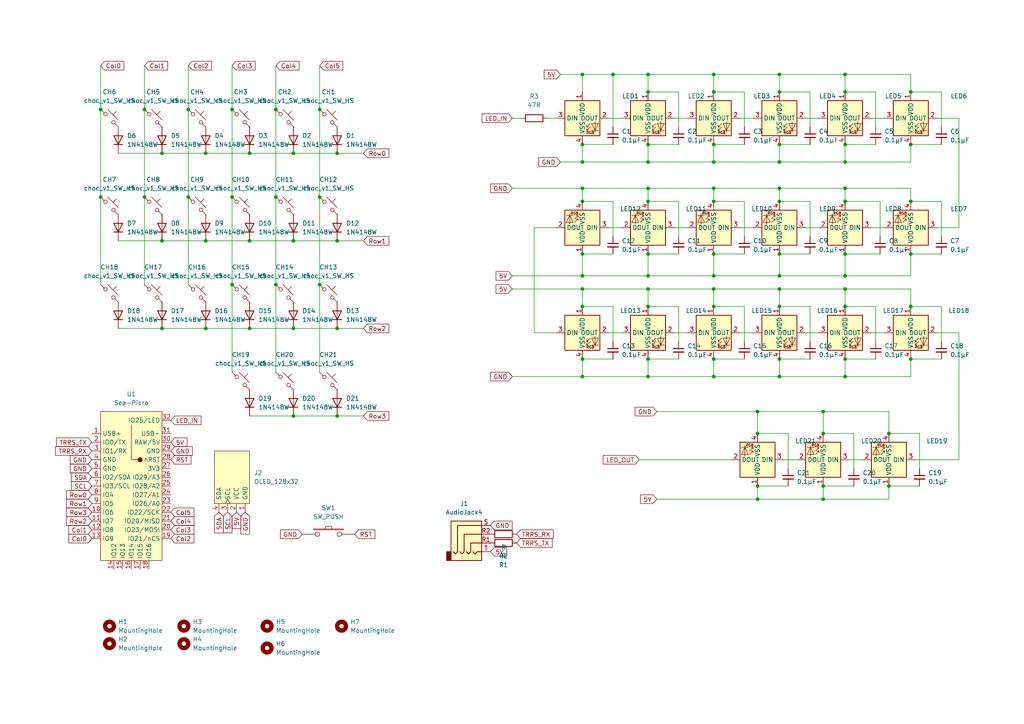
<source format=kicad_sch>
(kicad_sch (version 20250114) (generator "eeschema") (generator_version "9.0")
  (paper "A4")
  (junction (at 67.31 82.55))
  (junction (at 207.01 21.59))
  (junction (at 264.16 41.91))
  (junction (at 29.21 57.15))
  (junction (at 238.76 119.38))
  (junction (at 226.06 26.67))
  (junction (at 245.11 73.66))
  (junction (at 54.61 57.15))
  (junction (at 85.09 120.65))
  (junction (at 67.31 31.75))
  (junction (at 238.76 144.78))
  (junction (at 92.71 82.55))
  (junction (at 238.76 140.97))
  (junction (at 97.79 95.25))
  (junction (at 245.11 104.14))
  (junction (at 187.96 21.59))
  (junction (at 226.06 80.01))
  (junction (at 207.01 73.66))
  (junction (at 245.11 88.9))
  (junction (at 207.01 41.91))
  (junction (at 85.09 69.85))
  (junction (at 257.81 125.73))
  (junction (at 168.91 80.01))
  (junction (at 168.91 104.14))
  (junction (at 219.71 144.78))
  (junction (at 238.76 125.73))
  (junction (at 168.91 109.22))
  (junction (at 168.91 41.91))
  (junction (at 226.06 73.66))
  (junction (at 92.71 31.75))
  (junction (at 245.11 54.61))
  (junction (at 41.91 57.15))
  (junction (at 187.96 104.14))
  (junction (at 29.21 31.75))
  (junction (at 219.71 119.38))
  (junction (at 245.11 109.22))
  (junction (at 226.06 104.14))
  (junction (at 264.16 104.14))
  (junction (at 72.39 95.25))
  (junction (at 168.91 58.42))
  (junction (at 207.01 46.99))
  (junction (at 207.01 54.61))
  (junction (at 187.96 54.61))
  (junction (at 59.69 44.45))
  (junction (at 187.96 41.91))
  (junction (at 168.91 46.99))
  (junction (at 257.81 140.97))
  (junction (at 67.31 57.15))
  (junction (at 168.91 54.61))
  (junction (at 46.99 69.85))
  (junction (at 72.39 44.45))
  (junction (at 92.71 57.15))
  (junction (at 226.06 21.59))
  (junction (at 207.01 80.01))
  (junction (at 207.01 58.42))
  (junction (at 264.16 88.9))
  (junction (at 59.69 69.85))
  (junction (at 226.06 88.9))
  (junction (at 85.09 44.45))
  (junction (at 207.01 104.14))
  (junction (at 226.06 46.99))
  (junction (at 187.96 80.01))
  (junction (at 226.06 54.61))
  (junction (at 245.11 41.91))
  (junction (at 219.71 125.73))
  (junction (at 187.96 83.82))
  (junction (at 54.61 31.75))
  (junction (at 97.79 69.85))
  (junction (at 264.16 73.66))
  (junction (at 168.91 21.59))
  (junction (at 187.96 26.67))
  (junction (at 187.96 58.42))
  (junction (at 80.01 31.75))
  (junction (at 207.01 88.9))
  (junction (at 85.09 95.25))
  (junction (at 97.79 44.45))
  (junction (at 187.96 88.9))
  (junction (at 187.96 46.99))
  (junction (at 41.91 31.75))
  (junction (at 168.91 88.9))
  (junction (at 245.11 83.82))
  (junction (at 59.69 95.25))
  (junction (at 177.8 21.59))
  (junction (at 245.11 58.42))
  (junction (at 226.06 41.91))
  (junction (at 72.39 69.85))
  (junction (at 80.01 82.55))
  (junction (at 168.91 83.82))
  (junction (at 168.91 73.66))
  (junction (at 187.96 73.66))
  (junction (at 226.06 109.22))
  (junction (at 219.71 140.97))
  (junction (at 264.16 58.42))
  (junction (at 245.11 21.59))
  (junction (at 226.06 58.42))
  (junction (at 207.01 109.22))
  (junction (at 245.11 26.67))
  (junction (at 187.96 109.22))
  (junction (at 207.01 26.67))
  (junction (at 207.01 83.82))
  (junction (at 245.11 80.01))
  (junction (at 97.79 120.65))
  (junction (at 226.06 83.82))
  (junction (at 46.99 44.45))
  (junction (at 80.01 57.15))
  (junction (at 46.99 95.25))
  (junction (at 264.16 26.67))
  (junction (at 245.11 46.99))
  (wire (pts (xy 207.01 83.82) (xy 207.01 88.9)))
  (wire (pts (xy 245.11 21.59) (xy 264.16 21.59)))
  (wire (pts (xy 168.91 104.14) (xy 168.91 109.22)))
  (wire (pts (xy 247.65 125.73) (xy 247.65 135.89)))
  (wire (pts (xy 273.05 26.67) (xy 273.05 36.83)))
  (wire (pts (xy 245.11 80.01) (xy 264.16 80.01)))
  (wire (pts (xy 257.81 144.78) (xy 257.81 140.97)))
  (wire (pts (xy 187.96 73.66) (xy 187.96 80.01)))
  (wire (pts (xy 29.21 19.05) (xy 29.21 31.75)))
  (wire (pts (xy 92.71 57.15) (xy 92.71 82.55)))
  (wire (pts (xy 80.01 57.15) (xy 80.01 82.55)))
  (wire (pts (xy 234.95 58.42) (xy 234.95 68.58)))
  (wire (pts (xy 34.29 69.85) (xy 46.99 69.85)))
  (wire (pts (xy 41.91 57.15) (xy 41.91 82.55)))
  (wire (pts (xy 67.31 31.75) (xy 67.31 57.15)))
  (wire (pts (xy 245.11 26.67) (xy 254 26.67)))
  (wire (pts (xy 41.91 19.05) (xy 41.91 31.75)))
  (wire (pts (xy 245.11 58.42) (xy 255.27 58.42)))
  (wire (pts (xy 214.63 66.04) (xy 218.44 66.04)))
  (wire (pts (xy 226.06 58.42) (xy 234.95 58.42)))
  (wire (pts (xy 59.69 44.45) (xy 72.39 44.45)))
  (wire (pts (xy 273.05 58.42) (xy 273.05 68.58)))
  (wire (pts (xy 195.58 96.52) (xy 199.39 96.52)))
  (wire (pts (xy 168.91 73.66) (xy 177.8 73.66)))
  (wire (pts (xy 196.85 26.67) (xy 196.85 36.83)))
  (wire (pts (xy 162.56 21.59) (xy 168.91 21.59)))
  (wire (pts (xy 238.76 119.38) (xy 238.76 125.73)))
  (wire (pts (xy 264.16 54.61) (xy 264.16 58.42)))
  (wire (pts (xy 257.81 119.38) (xy 257.81 125.73)))
  (wire (pts (xy 226.06 54.61) (xy 245.11 54.61)))
  (wire (pts (xy 176.53 96.52) (xy 180.34 96.52)))
  (wire (pts (xy 168.91 21.59) (xy 177.8 21.59)))
  (wire (pts (xy 168.91 104.14) (xy 177.8 104.14)))
  (wire (pts (xy 59.69 69.85) (xy 72.39 69.85)))
  (wire (pts (xy 67.31 19.05) (xy 67.31 31.75)))
  (wire (pts (xy 85.09 44.45) (xy 97.79 44.45)))
  (wire (pts (xy 97.79 95.25) (xy 105.41 95.25)))
  (wire (pts (xy 80.01 31.75) (xy 80.01 57.15)))
  (wire (pts (xy 177.8 88.9) (xy 177.8 99.06)))
  (wire (pts (xy 264.16 26.67) (xy 273.05 26.67)))
  (wire (pts (xy 245.11 104.14) (xy 245.11 109.22)))
  (wire (pts (xy 245.11 41.91) (xy 254 41.91)))
  (wire (pts (xy 187.96 41.91) (xy 187.96 46.99)))
  (wire (pts (xy 264.16 104.14) (xy 264.16 109.22)))
  (wire (pts (xy 228.6 125.73) (xy 228.6 135.89)))
  (wire (pts (xy 154.94 66.04) (xy 154.94 96.52)))
  (wire (pts (xy 207.01 54.61) (xy 207.01 58.42)))
  (wire (pts (xy 226.06 54.61) (xy 226.06 58.42)))
  (wire (pts (xy 54.61 31.75) (xy 54.61 57.15)))
  (wire (pts (xy 226.06 104.14) (xy 234.95 104.14)))
  (wire (pts (xy 46.99 95.25) (xy 59.69 95.25)))
  (wire (pts (xy 226.06 104.14) (xy 226.06 109.22)))
  (wire (pts (xy 207.01 26.67) (xy 215.9 26.67)))
  (wire (pts (xy 72.39 44.45) (xy 85.09 44.45)))
  (wire (pts (xy 85.09 120.65) (xy 97.79 120.65)))
  (wire (pts (xy 273.05 88.9) (xy 273.05 99.06)))
  (wire (pts (xy 219.71 125.73) (xy 228.6 125.73)))
  (wire (pts (xy 187.96 21.59) (xy 207.01 21.59)))
  (wire (pts (xy 187.96 21.59) (xy 187.96 26.67)))
  (wire (pts (xy 185.42 133.35) (xy 212.09 133.35)))
  (wire (pts (xy 245.11 83.82) (xy 264.16 83.82)))
  (wire (pts (xy 162.56 46.99) (xy 168.91 46.99)))
  (wire (pts (xy 187.96 83.82) (xy 207.01 83.82)))
  (wire (pts (xy 207.01 41.91) (xy 207.01 46.99)))
  (wire (pts (xy 245.11 104.14) (xy 254 104.14)))
  (wire (pts (xy 245.11 88.9) (xy 254 88.9)))
  (wire (pts (xy 59.69 95.25) (xy 72.39 95.25)))
  (wire (pts (xy 168.91 54.61) (xy 187.96 54.61)))
  (wire (pts (xy 226.06 41.91) (xy 234.95 41.91)))
  (wire (pts (xy 148.59 109.22) (xy 168.91 109.22)))
  (wire (pts (xy 168.91 41.91) (xy 168.91 46.99)))
  (wire (pts (xy 154.94 96.52) (xy 161.29 96.52)))
  (wire (pts (xy 187.96 54.61) (xy 207.01 54.61)))
  (wire (pts (xy 168.91 21.59) (xy 168.91 26.67)))
  (wire (pts (xy 67.31 82.55) (xy 67.31 107.95)))
  (wire (pts (xy 80.01 19.05) (xy 80.01 31.75)))
  (wire (pts (xy 187.96 58.42) (xy 196.85 58.42)))
  (wire (pts (xy 187.96 73.66) (xy 196.85 73.66)))
  (wire (pts (xy 177.8 21.59) (xy 187.96 21.59)))
  (wire (pts (xy 215.9 26.67) (xy 215.9 36.83)))
  (wire (pts (xy 187.96 41.91) (xy 196.85 41.91)))
  (wire (pts (xy 245.11 109.22) (xy 264.16 109.22)))
  (wire (pts (xy 226.06 109.22) (xy 245.11 109.22)))
  (wire (pts (xy 271.78 96.52) (xy 278.13 96.52)))
  (wire (pts (xy 219.71 144.78) (xy 238.76 144.78)))
  (wire (pts (xy 207.01 46.99) (xy 226.06 46.99)))
  (wire (pts (xy 168.91 83.82) (xy 187.96 83.82)))
  (wire (pts (xy 168.91 73.66) (xy 168.91 80.01)))
  (wire (pts (xy 187.96 104.14) (xy 187.96 109.22)))
  (wire (pts (xy 46.99 69.85) (xy 59.69 69.85)))
  (wire (pts (xy 168.91 41.91) (xy 177.8 41.91)))
  (wire (pts (xy 245.11 73.66) (xy 245.11 80.01)))
  (wire (pts (xy 72.39 95.25) (xy 85.09 95.25)))
  (wire (pts (xy 238.76 140.97) (xy 238.76 144.78)))
  (wire (pts (xy 234.95 26.67) (xy 234.95 36.83)))
  (wire (pts (xy 196.85 58.42) (xy 196.85 68.58)))
  (wire (pts (xy 264.16 104.14) (xy 273.05 104.14)))
  (wire (pts (xy 54.61 19.05) (xy 54.61 31.75)))
  (wire (pts (xy 226.06 21.59) (xy 245.11 21.59)))
  (wire (pts (xy 34.29 44.45) (xy 46.99 44.45)))
  (wire (pts (xy 227.33 133.35) (xy 231.14 133.35)))
  (wire (pts (xy 187.96 46.99) (xy 207.01 46.99)))
  (wire (pts (xy 148.59 54.61) (xy 168.91 54.61)))
  (wire (pts (xy 245.11 54.61) (xy 264.16 54.61)))
  (wire (pts (xy 72.39 69.85) (xy 85.09 69.85)))
  (wire (pts (xy 196.85 88.9) (xy 196.85 99.06)))
  (wire (pts (xy 278.13 66.04) (xy 271.78 66.04)))
  (wire (pts (xy 207.01 41.91) (xy 215.9 41.91)))
  (wire (pts (xy 265.43 133.35) (xy 278.13 133.35)))
  (wire (pts (xy 207.01 109.22) (xy 226.06 109.22)))
  (wire (pts (xy 226.06 88.9) (xy 234.95 88.9)))
  (wire (pts (xy 92.71 19.05) (xy 92.71 31.75)))
  (wire (pts (xy 80.01 82.55) (xy 80.01 107.95)))
  (wire (pts (xy 226.06 41.91) (xy 226.06 46.99)))
  (wire (pts (xy 168.91 80.01) (xy 187.96 80.01)))
  (wire (pts (xy 226.06 80.01) (xy 245.11 80.01)))
  (wire (pts (xy 264.16 41.91) (xy 273.05 41.91)))
  (wire (pts (xy 254 26.67) (xy 254 36.83)))
  (wire (pts (xy 233.68 96.52) (xy 237.49 96.52)))
  (wire (pts (xy 187.96 26.67) (xy 196.85 26.67)))
  (wire (pts (xy 238.76 119.38) (xy 257.81 119.38)))
  (wire (pts (xy 219.71 119.38) (xy 238.76 119.38)))
  (wire (pts (xy 85.09 95.25) (xy 97.79 95.25)))
  (wire (pts (xy 207.01 80.01) (xy 226.06 80.01)))
  (wire (pts (xy 168.91 88.9) (xy 177.8 88.9)))
  (wire (pts (xy 148.59 83.82) (xy 168.91 83.82)))
  (wire (pts (xy 187.96 80.01) (xy 207.01 80.01)))
  (wire (pts (xy 34.29 95.25) (xy 46.99 95.25)))
  (wire (pts (xy 161.29 66.04) (xy 154.94 66.04)))
  (wire (pts (xy 54.61 57.15) (xy 54.61 82.55)))
  (wire (pts (xy 238.76 125.73) (xy 247.65 125.73)))
  (wire (pts (xy 177.8 21.59) (xy 177.8 36.83)))
  (wire (pts (xy 207.01 21.59) (xy 226.06 21.59)))
  (wire (pts (xy 177.8 58.42) (xy 177.8 68.58)))
  (wire (pts (xy 226.06 73.66) (xy 234.95 73.66)))
  (wire (pts (xy 148.59 34.29) (xy 151.13 34.29)))
  (wire (pts (xy 187.96 104.14) (xy 196.85 104.14)))
  (wire (pts (xy 187.96 83.82) (xy 187.96 88.9)))
  (wire (pts (xy 195.58 66.04) (xy 199.39 66.04)))
  (wire (pts (xy 207.01 54.61) (xy 226.06 54.61)))
  (wire (pts (xy 257.81 140.97) (xy 266.7 140.97)))
  (wire (pts (xy 97.79 120.65) (xy 105.41 120.65)))
  (wire (pts (xy 246.38 133.35) (xy 250.19 133.35)))
  (wire (pts (xy 190.5 144.78) (xy 219.71 144.78)))
  (wire (pts (xy 219.71 140.97) (xy 219.71 144.78)))
  (wire (pts (xy 148.59 80.01) (xy 168.91 80.01)))
  (wire (pts (xy 195.58 34.29) (xy 199.39 34.29)))
  (wire (pts (xy 226.06 73.66) (xy 226.06 80.01)))
  (wire (pts (xy 207.01 21.59) (xy 207.01 26.67)))
  (wire (pts (xy 226.06 46.99) (xy 245.11 46.99)))
  (wire (pts (xy 255.27 58.42) (xy 255.27 68.58)))
  (wire (pts (xy 245.11 73.66) (xy 255.27 73.66)))
  (wire (pts (xy 29.21 57.15) (xy 29.21 82.55)))
  (wire (pts (xy 168.91 109.22) (xy 187.96 109.22)))
  (wire (pts (xy 264.16 21.59) (xy 264.16 26.67)))
  (wire (pts (xy 219.71 140.97) (xy 228.6 140.97)))
  (wire (pts (xy 187.96 88.9) (xy 196.85 88.9)))
  (wire (pts (xy 158.75 34.29) (xy 161.29 34.29)))
  (wire (pts (xy 264.16 80.01) (xy 264.16 73.66)))
  (wire (pts (xy 234.95 88.9) (xy 234.95 99.06)))
  (wire (pts (xy 264.16 88.9) (xy 273.05 88.9)))
  (wire (pts (xy 190.5 119.38) (xy 219.71 119.38)))
  (wire (pts (xy 257.81 125.73) (xy 266.7 125.73)))
  (wire (pts (xy 266.7 125.73) (xy 266.7 135.89)))
  (wire (pts (xy 97.79 44.45) (xy 105.41 44.45)))
  (wire (pts (xy 215.9 58.42) (xy 215.9 68.58)))
  (wire (pts (xy 264.16 58.42) (xy 273.05 58.42)))
  (wire (pts (xy 245.11 54.61) (xy 245.11 58.42)))
  (wire (pts (xy 264.16 83.82) (xy 264.16 88.9)))
  (wire (pts (xy 168.91 58.42) (xy 177.8 58.42)))
  (wire (pts (xy 207.01 104.14) (xy 207.01 109.22)))
  (wire (pts (xy 207.01 73.66) (xy 215.9 73.66)))
  (wire (pts (xy 245.11 21.59) (xy 245.11 26.67)))
  (wire (pts (xy 41.91 31.75) (xy 41.91 57.15)))
  (wire (pts (xy 264.16 41.91) (xy 264.16 46.99)))
  (wire (pts (xy 238.76 140.97) (xy 247.65 140.97)))
  (wire (pts (xy 85.09 69.85) (xy 97.79 69.85)))
  (wire (pts (xy 278.13 96.52) (xy 278.13 133.35)))
  (wire (pts (xy 46.99 44.45) (xy 59.69 44.45)))
  (wire (pts (xy 214.63 96.52) (xy 218.44 96.52)))
  (wire (pts (xy 72.39 120.65) (xy 85.09 120.65)))
  (wire (pts (xy 254 88.9) (xy 254 99.06)))
  (wire (pts (xy 92.71 82.55) (xy 92.71 107.95)))
  (wire (pts (xy 226.06 83.82) (xy 226.06 88.9)))
  (wire (pts (xy 238.76 144.78) (xy 257.81 144.78)))
  (wire (pts (xy 233.68 34.29) (xy 237.49 34.29)))
  (wire (pts (xy 252.73 96.52) (xy 256.54 96.52)))
  (wire (pts (xy 168.91 46.99) (xy 187.96 46.99)))
  (wire (pts (xy 226.06 83.82) (xy 245.11 83.82)))
  (wire (pts (xy 226.06 26.67) (xy 234.95 26.67)))
  (wire (pts (xy 29.21 31.75) (xy 29.21 57.15)))
  (wire (pts (xy 176.53 34.29) (xy 180.34 34.29)))
  (wire (pts (xy 233.68 66.04) (xy 237.49 66.04)))
  (wire (pts (xy 207.01 58.42) (xy 215.9 58.42)))
  (wire (pts (xy 168.91 83.82) (xy 168.91 88.9)))
  (wire (pts (xy 219.71 119.38) (xy 219.71 125.73)))
  (wire (pts (xy 187.96 109.22) (xy 207.01 109.22)))
  (wire (pts (xy 226.06 26.67) (xy 226.06 21.59)))
  (wire (pts (xy 67.31 57.15) (xy 67.31 82.55)))
  (wire (pts (xy 214.63 34.29) (xy 218.44 34.29)))
  (wire (pts (xy 207.01 104.14) (xy 215.9 104.14)))
  (wire (pts (xy 245.11 83.82) (xy 245.11 88.9)))
  (wire (pts (xy 187.96 54.61) (xy 187.96 58.42)))
  (wire (pts (xy 278.13 34.29) (xy 278.13 66.04)))
  (wire (pts (xy 176.53 66.04) (xy 180.34 66.04)))
  (wire (pts (xy 245.11 46.99) (xy 264.16 46.99)))
  (wire (pts (xy 207.01 88.9) (xy 215.9 88.9)))
  (wire (pts (xy 97.79 69.85) (xy 105.41 69.85)))
  (wire (pts (xy 207.01 83.82) (xy 226.06 83.82)))
  (wire (pts (xy 245.11 41.91) (xy 245.11 46.99)))
  (wire (pts (xy 207.01 73.66) (xy 207.01 80.01)))
  (wire (pts (xy 252.73 66.04) (xy 256.54 66.04)))
  (wire (pts (xy 215.9 88.9) (xy 215.9 99.06)))
  (wire (pts (xy 271.78 34.29) (xy 278.13 34.29)))
  (wire (pts (xy 264.16 73.66) (xy 273.05 73.66)))
  (wire (pts (xy 168.91 54.61) (xy 168.91 58.42)))
  (wire (pts (xy 252.73 34.29) (xy 256.54 34.29)))
  (wire (pts (xy 92.71 31.75) (xy 92.71 57.15)))
  (global_label "5V" (shape input) (at 162.56 21.59 180) (property "Intersheetrefs" "${INTERSHEET_REFS}" (effects (hide yes))))
  (global_label "Col2" (shape input) (at 49.53 156.21 0) (property "Intersheetrefs" "${INTERSHEET_REFS}" (effects (hide yes))))
  (global_label "GND" (shape input) (at 87.63 154.94 180) (property "Intersheetrefs" "${INTERSHEET_REFS}" (effects (hide yes))))
  (global_label "GND" (shape input) (at 148.59 54.61 180) (property "Intersheetrefs" "${INTERSHEET_REFS}" (effects (hide yes))))
  (global_label "GND" (shape input) (at 71.12 148.59 270) (property "Intersheetrefs" "${INTERSHEET_REFS}" (effects (hide yes))))
  (global_label "Col5" (shape input) (at 49.53 148.59 0) (property "Intersheetrefs" "${INTERSHEET_REFS}" (effects (hide yes))))
  (global_label "TRRS_TX" (shape input) (at 26.67 128.27 180) (property "Intersheetrefs" "${INTERSHEET_REFS}" (effects (hide yes))))
  (global_label "RST" (shape input) (at 102.87 154.94 0) (property "Intersheetrefs" "${INTERSHEET_REFS}" (effects (hide yes))))
  (global_label "GND" (shape input) (at 142.24 152.4 0) (property "Intersheetrefs" "${INTERSHEET_REFS}" (effects (hide yes))))
  (global_label "Row3" (shape input) (at 105.41 120.65 0) (property "Intersheetrefs" "${INTERSHEET_REFS}" (effects (hide yes))))
  (global_label "LED_OUT" (shape input) (at 185.42 133.35 180) (property "Intersheetrefs" "${INTERSHEET_REFS}" (effects (hide yes))))
  (global_label "Col1" (shape input) (at 26.67 153.67 180) (property "Intersheetrefs" "${INTERSHEET_REFS}" (effects (hide yes))))
  (global_label "LED_IN" (shape input) (at 148.59 34.29 180) (property "Intersheetrefs" "${INTERSHEET_REFS}" (effects (hide yes))))
  (global_label "SCL" (shape input) (at 26.67 140.97 180) (property "Intersheetrefs" "${INTERSHEET_REFS}" (effects (hide yes))))
  (global_label "Col2" (shape input) (at 54.61 19.05 0) (property "Intersheetrefs" "${INTERSHEET_REFS}" (effects (hide yes))))
  (global_label "GND" (shape input) (at 162.56 46.99 180) (property "Intersheetrefs" "${INTERSHEET_REFS}" (effects (hide yes))))
  (global_label "Row2" (shape input) (at 26.67 151.13 180) (property "Intersheetrefs" "${INTERSHEET_REFS}" (effects (hide yes))))
  (global_label "TRRS_TX" (shape input) (at 149.86 157.48 0) (property "Intersheetrefs" "${INTERSHEET_REFS}" (effects (hide yes))))
  (global_label "5V" (shape input) (at 68.58 148.59 270) (property "Intersheetrefs" "${INTERSHEET_REFS}" (effects (hide yes))))
  (global_label "GND" (shape input) (at 190.5 119.38 180) (property "Intersheetrefs" "${INTERSHEET_REFS}" (effects (hide yes))))
  (global_label "GND" (shape input) (at 49.53 130.81 0) (property "Intersheetrefs" "${INTERSHEET_REFS}" (effects (hide yes))))
  (global_label "Col5" (shape input) (at 92.71 19.05 0) (property "Intersheetrefs" "${INTERSHEET_REFS}" (effects (hide yes))))
  (global_label "Col0" (shape input) (at 26.67 156.21 180) (property "Intersheetrefs" "${INTERSHEET_REFS}" (effects (hide yes))))
  (global_label "TRRS_RX" (shape input) (at 26.67 130.81 180) (property "Intersheetrefs" "${INTERSHEET_REFS}" (effects (hide yes))))
  (global_label "LED_IN" (shape input) (at 49.53 121.92 0) (property "Intersheetrefs" "${INTERSHEET_REFS}" (effects (hide yes))))
  (global_label "GND" (shape input) (at 26.67 135.89 180) (property "Intersheetrefs" "${INTERSHEET_REFS}" (effects (hide yes))))
  (global_label "Col0" (shape input) (at 29.21 19.05 0) (property "Intersheetrefs" "${INTERSHEET_REFS}" (effects (hide yes))))
  (global_label "SCL" (shape input) (at 66.04 148.59 270) (property "Intersheetrefs" "${INTERSHEET_REFS}" (effects (hide yes))))
  (global_label "Col4" (shape input) (at 80.01 19.05 0) (property "Intersheetrefs" "${INTERSHEET_REFS}" (effects (hide yes))))
  (global_label "Row1" (shape input) (at 26.67 146.05 180) (property "Intersheetrefs" "${INTERSHEET_REFS}" (effects (hide yes))))
  (global_label "5V" (shape input) (at 49.53 128.27 0) (property "Intersheetrefs" "${INTERSHEET_REFS}" (effects (hide yes))))
  (global_label "5V" (shape input) (at 190.5 144.78 180) (property "Intersheetrefs" "${INTERSHEET_REFS}" (effects (hide yes))))
  (global_label "Row3" (shape input) (at 26.67 148.59 180) (property "Intersheetrefs" "${INTERSHEET_REFS}" (effects (hide yes))))
  (global_label "Row2" (shape input) (at 105.41 95.25 0) (property "Intersheetrefs" "${INTERSHEET_REFS}" (effects (hide yes))))
  (global_label "GND" (shape input) (at 26.67 133.35 180) (property "Intersheetrefs" "${INTERSHEET_REFS}" (effects (hide yes))))
  (global_label "Col1" (shape input) (at 41.91 19.05 0) (property "Intersheetrefs" "${INTERSHEET_REFS}" (effects (hide yes))))
  (global_label "5V" (shape input) (at 142.24 160.02 0) (property "Intersheetrefs" "${INTERSHEET_REFS}" (effects (hide yes))))
  (global_label "Row0" (shape input) (at 105.41 44.45 0) (property "Intersheetrefs" "${INTERSHEET_REFS}" (effects (hide yes))))
  (global_label "Row1" (shape input) (at 105.41 69.85 0) (property "Intersheetrefs" "${INTERSHEET_REFS}" (effects (hide yes))))
  (global_label "Col4" (shape input) (at 49.53 151.13 0) (property "Intersheetrefs" "${INTERSHEET_REFS}" (effects (hide yes))))
  (global_label "Col3" (shape input) (at 67.31 19.05 0) (property "Intersheetrefs" "${INTERSHEET_REFS}" (effects (hide yes))))
  (global_label "RST" (shape input) (at 49.53 133.35 0) (property "Intersheetrefs" "${INTERSHEET_REFS}" (effects (hide yes))))
  (global_label "SDA" (shape input) (at 26.67 138.43 180) (property "Intersheetrefs" "${INTERSHEET_REFS}" (effects (hide yes))))
  (global_label "5V" (shape input) (at 148.59 80.01 180) (property "Intersheetrefs" "${INTERSHEET_REFS}" (effects (hide yes))))
  (global_label "GND" (shape input) (at 148.59 109.22 180) (property "Intersheetrefs" "${INTERSHEET_REFS}" (effects (hide yes))))
  (global_label "Col3" (shape input) (at 49.53 153.67 0) (property "Intersheetrefs" "${INTERSHEET_REFS}" (effects (hide yes))))
  (global_label "5V" (shape input) (at 148.59 83.82 180) (property "Intersheetrefs" "${INTERSHEET_REFS}" (effects (hide yes))))
  (global_label "Row0" (shape input) (at 26.67 143.51 180) (property "Intersheetrefs" "${INTERSHEET_REFS}" (effects (hide yes))))
  (global_label "SDA" (shape input) (at 63.5 148.59 270) (property "Intersheetrefs" "${INTERSHEET_REFS}" (effects (hide yes))))
  (global_label "TRRS_RX" (shape input) (at 149.86 154.94 0) (property "Intersheetrefs" "${INTERSHEET_REFS}" (effects (hide yes))))
  (symbol (lib_id "Diode:1N4148W") (at 85.09 66.04 90) (unit 1)
    (property "Reference" "D11" (at 87.63 64.7699 90) (effects (justify right)))
    (property "Value" "1N4148W" (at 87.63 67.3099 90) (effects (justify right)))
    (property "Footprint" "Diode_SMD:D_SOD-123" (effects (hide yes)))
    (property "Datasheet" "https://www.vishay.com/docs/85748/1n4148w.pdf" (effects (hide yes)))
    (property "Description" "75V 0.15A Fast Switching Diode, SOD-123" (effects (hide yes)))
    (property "Sim.Device" "D" (effects (hide yes)))
    (property "Sim.Pins" "1=K 2=A" (effects (hide yes)))
  )
  (symbol (lib_id "PCM_marbastlib-choc:choc_v1_SW_HS_CPG135001S30") (at 82.55 34.29 0) (unit 1)
    (property "Reference" "CH2" (at 82.55 26.67 0))
    (property "Value" "choc_v1_SW_HS" (at 82.55 29.21 0))
    (property "Footprint" "PCM_marbastlib-choc:SW_choc_v1_HS_CPG135001S30_1u" (effects (hide yes)))
    (property "Description" "Push button switch, normally open, two pins, 45° tilted" (effects (hide yes)))
  )
  (symbol (lib_id "Mechanical:MountingHole") (at 77.47 181.61 0) (unit 1) (in_bom no)
    (property "Reference" "H5" (at 80.01 180.3399 0) (effects (justify left)))
    (property "Value" "MountingHole" (at 80.01 182.8799 0) (effects (justify left)))
    (property "Footprint" "MountingHole:MountingHole_2.2mm_M2" (effects (hide yes)))
    (property "Description" "Mounting Hole without connection" (effects (hide yes)))
  )
  (symbol (lib_id "PCM_marbastlib-choc:choc_v1_SW_HS_CPG135001S30") (at 82.55 85.09 0) (unit 1)
    (property "Reference" "CH14" (at 82.55 77.47 0))
    (property "Value" "choc_v1_SW_HS" (at 82.55 80.01 0))
    (property "Footprint" "PCM_marbastlib-choc:SW_choc_v1_HS_CPG135001S30_1u" (effects (hide yes)))
    (property "Description" "Push button switch, normally open, two pins, 45° tilted" (effects (hide yes)))
  )
  (symbol (lib_id "PCM_marbastlib-various:SK6812MINI-E") (at 168.91 34.29 0) (unit 1)
    (property "Reference" "LED1" (at 182.88 27.8698 0))
    (property "Value" "SK6812MINI-E" (effects (hide yes)))
    (property "Footprint" "PCM_marbastlib-various:LED_6028R" (effects (hide yes)))
    (property "Description" "Reverse mount adressable LED (WS2812 protocol)" (effects (hide yes)))
  )
  (symbol (lib_id "Diode:1N4148W") (at 97.79 66.04 90) (unit 1)
    (property "Reference" "D12" (at 100.33 64.7699 90) (effects (justify right)))
    (property "Value" "1N4148W" (at 100.33 67.3099 90) (effects (justify right)))
    (property "Footprint" "Diode_SMD:D_SOD-123" (effects (hide yes)))
    (property "Datasheet" "https://www.vishay.com/docs/85748/1n4148w.pdf" (effects (hide yes)))
    (property "Description" "75V 0.15A Fast Switching Diode, SOD-123" (effects (hide yes)))
    (property "Sim.Device" "D" (effects (hide yes)))
    (property "Sim.Pins" "1=K 2=A" (effects (hide yes)))
  )
  (symbol (lib_id "Device:C_Small") (at 254 39.37 0) (unit 1)
    (property "Reference" "C5" (at 256.54 38.1062 0) (effects (justify left)))
    (property "Value" "0.1µF" (at 256.54 40.6462 0) (effects (justify left)))
    (property "Footprint" "Capacitor_SMD:C_1206_3216Metric" (effects (hide yes)))
    (property "Description" "Unpolarized capacitor, small symbol" (effects (hide yes)))
  )
  (symbol (lib_id "Device:C_Small") (at 273.05 71.12 0) (unit 1)
    (property "Reference" "C7" (at 275.59 69.8562 0) (effects (justify left)))
    (property "Value" "0.1µF" (at 275.59 72.3962 0) (effects (justify left)))
    (property "Footprint" "Capacitor_SMD:C_1206_3216Metric" (effects (hide yes)))
    (property "Description" "Unpolarized capacitor, small symbol" (effects (hide yes)))
  )
  (symbol (lib_id "PCM_marbastlib-choc:choc_v1_SW_HS_CPG135001S30") (at 69.85 85.09 0) (unit 1)
    (property "Reference" "CH15" (at 69.85 77.47 0))
    (property "Value" "choc_v1_SW_HS" (at 69.85 80.01 0))
    (property "Footprint" "PCM_marbastlib-choc:SW_choc_v1_HS_CPG135001S30_1u" (effects (hide yes)))
    (property "Description" "Push button switch, normally open, two pins, 45° tilted" (effects (hide yes)))
  )
  (symbol (lib_id "ScottoKeebs:OLED_128x32") (at 67.31 146.05 90) (unit 1)
    (property "Reference" "J2" (at 73.66 137.1599 90) (effects (justify right)))
    (property "Value" "OLED_128x32" (at 73.66 139.6999 90) (effects (justify right)))
    (property "Footprint" "kleeb_display:OLED-128x32" (effects (hide yes)))
  )
  (symbol (lib_id "PCM_marbastlib-choc:choc_v1_SW_HS_CPG135001S30") (at 69.85 110.49 0) (unit 1)
    (property "Reference" "CH19" (at 69.85 102.87 0))
    (property "Value" "choc_v1_SW_HS" (at 69.85 105.41 0))
    (property "Footprint" "PCM_marbastlib-choc:SW_choc_v1_HS_CPG135001S30_1u" (effects (hide yes)))
    (property "Description" "Push button switch, normally open, two pins, 45° tilted" (effects (hide yes)))
  )
  (symbol (lib_id "Device:C_Small") (at 234.95 71.12 0) (unit 1)
    (property "Reference" "C9" (at 237.49 69.8562 0) (effects (justify left)))
    (property "Value" "0.1µF" (at 237.49 72.3962 0) (effects (justify left)))
    (property "Footprint" "Capacitor_SMD:C_1206_3216Metric" (effects (hide yes)))
    (property "Description" "Unpolarized capacitor, small symbol" (effects (hide yes)))
  )
  (symbol (lib_id "PCM_marbastlib-choc:choc_v1_SW_HS_CPG135001S30") (at 31.75 59.69 0) (unit 1)
    (property "Reference" "CH7" (at 31.75 52.07 0))
    (property "Value" "choc_v1_SW_HS" (at 31.75 54.61 0))
    (property "Footprint" "PCM_marbastlib-choc:SW_choc_v1_HS_CPG135001S30_1u" (effects (hide yes)))
    (property "Description" "Push button switch, normally open, two pins, 45° tilted" (effects (hide yes)))
  )
  (symbol (lib_id "PCM_marbastlib-various:SK6812MINI-E") (at 219.71 133.35 180) (unit 1)
    (property "Reference" "LED21" (at 233.68 127.9046 0))
    (property "Value" "SK6812MINI-E" (effects (hide yes)))
    (property "Footprint" "PCM_marbastlib-various:LED_6028R" (effects (hide yes)))
    (property "Description" "Reverse mount adressable LED (WS2812 protocol)" (effects (hide yes)))
  )
  (symbol (lib_id "PCM_marbastlib-various:SK6812MINI-E") (at 264.16 66.04 180) (unit 1)
    (property "Reference" "LED7" (at 278.13 60.5946 0))
    (property "Value" "SK6812MINI-E" (effects (hide yes)))
    (property "Footprint" "PCM_marbastlib-various:LED_6028R" (effects (hide yes)))
    (property "Description" "Reverse mount adressable LED (WS2812 protocol)" (effects (hide yes)))
  )
  (symbol (lib_id "PCM_marbastlib-various:SK6812MINI-E") (at 245.11 66.04 180) (unit 1)
    (property "Reference" "LED8" (at 259.08 60.5946 0))
    (property "Value" "SK6812MINI-E" (effects (hide yes)))
    (property "Footprint" "PCM_marbastlib-various:LED_6028R" (effects (hide yes)))
    (property "Description" "Reverse mount adressable LED (WS2812 protocol)" (effects (hide yes)))
  )
  (symbol (lib_id "Device:C_Small") (at 215.9 71.12 0) (unit 1)
    (property "Reference" "C10" (at 218.44 69.8562 0) (effects (justify left)))
    (property "Value" "0.1µF" (at 218.44 72.3962 0) (effects (justify left)))
    (property "Footprint" "Capacitor_SMD:C_1206_3216Metric" (effects (hide yes)))
    (property "Description" "Unpolarized capacitor, small symbol" (effects (hide yes)))
  )
  (symbol (lib_id "PCM_marbastlib-various:SK6812MINI-E") (at 187.96 96.52 0) (unit 1)
    (property "Reference" "LED14" (at 201.93 90.0998 0))
    (property "Value" "SK6812MINI-E" (effects (hide yes)))
    (property "Footprint" "PCM_marbastlib-various:LED_6028R" (effects (hide yes)))
    (property "Description" "Reverse mount adressable LED (WS2812 protocol)" (effects (hide yes)))
  )
  (symbol (lib_id "Diode:1N4148W") (at 85.09 91.44 90) (unit 1)
    (property "Reference" "D14" (at 87.63 90.1699 90) (effects (justify right)))
    (property "Value" "1N4148W" (at 87.63 92.7099 90) (effects (justify right)))
    (property "Footprint" "Diode_SMD:D_SOD-123" (effects (hide yes)))
    (property "Datasheet" "https://www.vishay.com/docs/85748/1n4148w.pdf" (effects (hide yes)))
    (property "Description" "75V 0.15A Fast Switching Diode, SOD-123" (effects (hide yes)))
    (property "Sim.Device" "D" (effects (hide yes)))
    (property "Sim.Pins" "1=K 2=A" (effects (hide yes)))
  )
  (symbol (lib_id "PCM_marbastlib-various:SK6812MINI-E") (at 226.06 96.52 0) (unit 1)
    (property "Reference" "LED16" (at 240.03 90.0998 0))
    (property "Value" "SK6812MINI-E" (effects (hide yes)))
    (property "Footprint" "PCM_marbastlib-various:LED_6028R" (effects (hide yes)))
    (property "Description" "Reverse mount adressable LED (WS2812 protocol)" (effects (hide yes)))
  )
  (symbol (lib_id "Diode:1N4148W") (at 85.09 116.84 90) (unit 1)
    (property "Reference" "D20" (at 87.63 115.5699 90) (effects (justify right)))
    (property "Value" "1N4148W" (at 87.63 118.1099 90) (effects (justify right)))
    (property "Footprint" "Diode_SMD:D_SOD-123" (effects (hide yes)))
    (property "Datasheet" "https://www.vishay.com/docs/85748/1n4148w.pdf" (effects (hide yes)))
    (property "Description" "75V 0.15A Fast Switching Diode, SOD-123" (effects (hide yes)))
    (property "Sim.Device" "D" (effects (hide yes)))
    (property "Sim.Pins" "1=K 2=A" (effects (hide yes)))
  )
  (symbol (lib_id "Device:R") (at 154.94 34.29 90) (unit 1)
    (property "Reference" "R3" (at 154.94 27.94 90))
    (property "Value" "47R" (at 154.94 30.48 90))
    (property "Footprint" "Resistor_SMD:R_1206_3216Metric_Pad1.30x1.75mm_HandSolder" (effects (hide yes)))
    (property "Description" "Resistor" (effects (hide yes)))
  )
  (symbol (lib_id "PCM_marbastlib-various:SK6812MINI-E") (at 245.11 96.52 0) (unit 1)
    (property "Reference" "LED17" (at 259.08 90.0998 0))
    (property "Value" "SK6812MINI-E" (effects (hide yes)))
    (property "Footprint" "PCM_marbastlib-various:LED_6028R" (effects (hide yes)))
    (property "Description" "Reverse mount adressable LED (WS2812 protocol)" (effects (hide yes)))
  )
  (symbol (lib_id "Diode:1N4148W") (at 97.79 91.44 90) (unit 1)
    (property "Reference" "D13" (at 100.33 90.1699 90) (effects (justify right)))
    (property "Value" "1N4148W" (at 100.33 92.7099 90) (effects (justify right)))
    (property "Footprint" "Diode_SMD:D_SOD-123" (effects (hide yes)))
    (property "Datasheet" "https://www.vishay.com/docs/85748/1n4148w.pdf" (effects (hide yes)))
    (property "Description" "75V 0.15A Fast Switching Diode, SOD-123" (effects (hide yes)))
    (property "Sim.Device" "D" (effects (hide yes)))
    (property "Sim.Pins" "1=K 2=A" (effects (hide yes)))
  )
  (symbol (lib_id "PCM_marbastlib-various:SK6812MINI-E") (at 245.11 34.29 0) (unit 1)
    (property "Reference" "LED5" (at 259.08 27.8698 0))
    (property "Value" "SK6812MINI-E" (effects (hide yes)))
    (property "Footprint" "PCM_marbastlib-various:LED_6028R" (effects (hide yes)))
    (property "Description" "Reverse mount adressable LED (WS2812 protocol)" (effects (hide yes)))
  )
  (symbol (lib_id "Device:C_Small") (at 254 101.6 0) (unit 1)
    (property "Reference" "C17" (at 256.54 100.3362 0) (effects (justify left)))
    (property "Value" "0.1µF" (at 256.54 102.8762 0) (effects (justify left)))
    (property "Footprint" "Capacitor_SMD:C_1206_3216Metric" (effects (hide yes)))
    (property "Description" "Unpolarized capacitor, small symbol" (effects (hide yes)))
  )
  (symbol (lib_id "Diode:1N4148W") (at 34.29 91.44 90) (unit 1)
    (property "Reference" "D18" (at 36.83 90.1699 90) (effects (justify right)))
    (property "Value" "1N4148W" (at 36.83 92.7099 90) (effects (justify right)))
    (property "Footprint" "Diode_SMD:D_SOD-123" (effects (hide yes)))
    (property "Datasheet" "https://www.vishay.com/docs/85748/1n4148w.pdf" (effects (hide yes)))
    (property "Description" "75V 0.15A Fast Switching Diode, SOD-123" (effects (hide yes)))
    (property "Sim.Device" "D" (effects (hide yes)))
    (property "Sim.Pins" "1=K 2=A" (effects (hide yes)))
  )
  (symbol (lib_id "Diode:1N4148W") (at 59.69 91.44 90) (unit 1)
    (property "Reference" "D16" (at 62.23 90.1699 90) (effects (justify right)))
    (property "Value" "1N4148W" (at 62.23 92.7099 90) (effects (justify right)))
    (property "Footprint" "Diode_SMD:D_SOD-123" (effects (hide yes)))
    (property "Datasheet" "https://www.vishay.com/docs/85748/1n4148w.pdf" (effects (hide yes)))
    (property "Description" "75V 0.15A Fast Switching Diode, SOD-123" (effects (hide yes)))
    (property "Sim.Device" "D" (effects (hide yes)))
    (property "Sim.Pins" "1=K 2=A" (effects (hide yes)))
  )
  (symbol (lib_id "Device:C_Small") (at 273.05 101.6 0) (unit 1)
    (property "Reference" "C18" (at 275.59 100.3362 0) (effects (justify left)))
    (property "Value" "0.1µF" (at 275.59 102.8762 0) (effects (justify left)))
    (property "Footprint" "Capacitor_SMD:C_1206_3216Metric" (effects (hide yes)))
    (property "Description" "Unpolarized capacitor, small symbol" (effects (hide yes)))
  )
  (symbol (lib_id "Device:C_Small") (at 215.9 39.37 0) (unit 1)
    (property "Reference" "C3" (at 218.44 38.1062 0) (effects (justify left)))
    (property "Value" "0.1µF" (at 218.44 40.6462 0) (effects (justify left)))
    (property "Footprint" "Capacitor_SMD:C_1206_3216Metric" (effects (hide yes)))
    (property "Description" "Unpolarized capacitor, small symbol" (effects (hide yes)))
  )
  (symbol (lib_id "PCM_marbastlib-choc:choc_v1_SW_HS_CPG135001S30") (at 44.45 34.29 0) (unit 1)
    (property "Reference" "CH5" (at 44.45 26.67 0))
    (property "Value" "choc_v1_SW_HS" (at 44.45 29.21 0))
    (property "Footprint" "PCM_marbastlib-choc:SW_choc_v1_HS_CPG135001S30_1u" (effects (hide yes)))
    (property "Description" "Push button switch, normally open, two pins, 45° tilted" (effects (hide yes)))
  )
  (symbol (lib_id "josh-module:Sea-Picro") (at 38.1 142.24 0) (unit 1)
    (property "Reference" "U1" (at 38.1 114.3 0))
    (property "Value" "Sea-Picro" (at 38.1 116.84 0))
    (property "Footprint" "josh-module:Sea-Picro_EXT_Module_Flipped" (effects (hide yes)))
  )
  (symbol (lib_id "Diode:1N4148W") (at 46.99 40.64 90) (unit 1)
    (property "Reference" "D5" (at 49.53 39.3699 90) (effects (justify right)))
    (property "Value" "1N4148W" (at 49.53 41.9099 90) (effects (justify right)))
    (property "Footprint" "Diode_SMD:D_SOD-123" (effects (hide yes)))
    (property "Datasheet" "https://www.vishay.com/docs/85748/1n4148w.pdf" (effects (hide yes)))
    (property "Description" "75V 0.15A Fast Switching Diode, SOD-123" (effects (hide yes)))
    (property "Sim.Device" "D" (effects (hide yes)))
    (property "Sim.Pins" "1=K 2=A" (effects (hide yes)))
  )
  (symbol (lib_id "PCM_marbastlib-various:SK6812MINI-E") (at 207.01 66.04 180) (unit 1)
    (property "Reference" "LED10" (at 220.98 60.5946 0))
    (property "Value" "SK6812MINI-E" (effects (hide yes)))
    (property "Footprint" "PCM_marbastlib-various:LED_6028R" (effects (hide yes)))
    (property "Description" "Reverse mount adressable LED (WS2812 protocol)" (effects (hide yes)))
  )
  (symbol (lib_id "PCM_marbastlib-various:SK6812MINI-E") (at 264.16 34.29 0) (unit 1)
    (property "Reference" "LED6" (at 278.13 27.8698 0))
    (property "Value" "SK6812MINI-E" (effects (hide yes)))
    (property "Footprint" "PCM_marbastlib-various:LED_6028R" (effects (hide yes)))
    (property "Description" "Reverse mount adressable LED (WS2812 protocol)" (effects (hide yes)))
  )
  (symbol (lib_id "Device:C_Small") (at 177.8 39.37 0) (unit 1)
    (property "Reference" "C1" (at 180.34 38.1062 0) (effects (justify left)))
    (property "Value" "0.1µF" (at 180.34 40.6462 0) (effects (justify left)))
    (property "Footprint" "Capacitor_SMD:C_1206_3216Metric" (effects (hide yes)))
    (property "Description" "Unpolarized capacitor, small symbol" (effects (hide yes)))
  )
  (symbol (lib_id "PCM_marbastlib-various:SK6812MINI-E") (at 168.91 96.52 0) (unit 1)
    (property "Reference" "LED13" (at 182.88 90.0998 0))
    (property "Value" "SK6812MINI-E" (effects (hide yes)))
    (property "Footprint" "PCM_marbastlib-various:LED_6028R" (effects (hide yes)))
    (property "Description" "Reverse mount adressable LED (WS2812 protocol)" (effects (hide yes)))
  )
  (symbol (lib_id "Diode:1N4148W") (at 72.39 66.04 90) (unit 1)
    (property "Reference" "D10" (at 74.93 64.7699 90) (effects (justify right)))
    (property "Value" "1N4148W" (at 74.93 67.3099 90) (effects (justify right)))
    (property "Footprint" "Diode_SMD:D_SOD-123" (effects (hide yes)))
    (property "Datasheet" "https://www.vishay.com/docs/85748/1n4148w.pdf" (effects (hide yes)))
    (property "Description" "75V 0.15A Fast Switching Diode, SOD-123" (effects (hide yes)))
    (property "Sim.Device" "D" (effects (hide yes)))
    (property "Sim.Pins" "1=K 2=A" (effects (hide yes)))
  )
  (symbol (lib_id "PCM_marbastlib-various:SK6812MINI-E") (at 238.76 133.35 180) (unit 1)
    (property "Reference" "LED20" (at 252.73 127.9046 0))
    (property "Value" "SK6812MINI-E" (effects (hide yes)))
    (property "Footprint" "PCM_marbastlib-various:LED_6028R" (effects (hide yes)))
    (property "Description" "Reverse mount adressable LED (WS2812 protocol)" (effects (hide yes)))
  )
  (symbol (lib_id "Mechanical:MountingHole") (at 31.75 186.69 0) (unit 1) (in_bom no)
    (property "Reference" "H2" (at 34.29 185.4199 0) (effects (justify left)))
    (property "Value" "MountingHole" (at 34.29 187.9599 0) (effects (justify left)))
    (property "Footprint" "MountingHole:MountingHole_2.2mm_M2" (effects (hide yes)))
    (property "Description" "Mounting Hole without connection" (effects (hide yes)))
  )
  (symbol (lib_id "Device:C_Small") (at 234.95 101.6 0) (unit 1)
    (property "Reference" "C16" (at 237.49 100.3362 0) (effects (justify left)))
    (property "Value" "0.1µF" (at 237.49 102.8762 0) (effects (justify left)))
    (property "Footprint" "Capacitor_SMD:C_1206_3216Metric" (effects (hide yes)))
    (property "Description" "Unpolarized capacitor, small symbol" (effects (hide yes)))
  )
  (symbol (lib_id "Diode:1N4148W") (at 72.39 91.44 90) (unit 1)
    (property "Reference" "D15" (at 74.93 90.1699 90) (effects (justify right)))
    (property "Value" "1N4148W" (at 74.93 92.7099 90) (effects (justify right)))
    (property "Footprint" "Diode_SMD:D_SOD-123" (effects (hide yes)))
    (property "Datasheet" "https://www.vishay.com/docs/85748/1n4148w.pdf" (effects (hide yes)))
    (property "Description" "75V 0.15A Fast Switching Diode, SOD-123" (effects (hide yes)))
    (property "Sim.Device" "D" (effects (hide yes)))
    (property "Sim.Pins" "1=K 2=A" (effects (hide yes)))
  )
  (symbol (lib_id "PCM_marbastlib-choc:choc_v1_SW_HS_CPG135001S30") (at 57.15 59.69 0) (unit 1)
    (property "Reference" "CH9" (at 57.15 52.07 0))
    (property "Value" "choc_v1_SW_HS" (at 57.15 54.61 0))
    (property "Footprint" "PCM_marbastlib-choc:SW_choc_v1_HS_CPG135001S30_1u" (effects (hide yes)))
    (property "Description" "Push button switch, normally open, two pins, 45° tilted" (effects (hide yes)))
  )
  (symbol (lib_id "Diode:1N4148W") (at 72.39 40.64 90) (unit 1)
    (property "Reference" "D3" (at 74.93 39.3699 90) (effects (justify right)))
    (property "Value" "1N4148W" (at 74.93 41.9099 90) (effects (justify right)))
    (property "Footprint" "Diode_SMD:D_SOD-123" (effects (hide yes)))
    (property "Datasheet" "https://www.vishay.com/docs/85748/1n4148w.pdf" (effects (hide yes)))
    (property "Description" "75V 0.15A Fast Switching Diode, SOD-123" (effects (hide yes)))
    (property "Sim.Device" "D" (effects (hide yes)))
    (property "Sim.Pins" "1=K 2=A" (effects (hide yes)))
  )
  (symbol (lib_id "Device:C_Small") (at 228.6 138.43 0) (unit 1)
    (property "Reference" "C21" (at 231.14 137.1662 0) (effects (justify left)))
    (property "Value" "0.1µF" (at 231.14 139.7062 0) (effects (justify left)))
    (property "Footprint" "Capacitor_SMD:C_1206_3216Metric" (effects (hide yes)))
    (property "Description" "Unpolarized capacitor, small symbol" (effects (hide yes)))
  )
  (symbol (lib_id "PCM_marbastlib-choc:choc_v1_SW_HS_CPG135001S30") (at 31.75 85.09 0) (unit 1)
    (property "Reference" "CH18" (at 31.75 77.47 0))
    (property "Value" "choc_v1_SW_HS" (at 31.75 80.01 0))
    (property "Footprint" "PCM_marbastlib-choc:SW_choc_v1_HS_CPG135001S30_1u" (effects (hide yes)))
    (property "Description" "Push button switch, normally open, two pins, 45° tilted" (effects (hide yes)))
  )
  (symbol (lib_id "Diode:1N4148W") (at 46.99 66.04 90) (unit 1)
    (property "Reference" "D8" (at 49.53 64.7699 90) (effects (justify right)))
    (property "Value" "1N4148W" (at 49.53 67.3099 90) (effects (justify right)))
    (property "Footprint" "Diode_SMD:D_SOD-123" (effects (hide yes)))
    (property "Datasheet" "https://www.vishay.com/docs/85748/1n4148w.pdf" (effects (hide yes)))
    (property "Description" "75V 0.15A Fast Switching Diode, SOD-123" (effects (hide yes)))
    (property "Sim.Device" "D" (effects (hide yes)))
    (property "Sim.Pins" "1=K 2=A" (effects (hide yes)))
  )
  (symbol (lib_id "Device:C_Small") (at 215.9 101.6 0) (unit 1)
    (property "Reference" "C15" (at 218.44 100.3362 0) (effects (justify left)))
    (property "Value" "0.1µF" (at 218.44 102.8762 0) (effects (justify left)))
    (property "Footprint" "Capacitor_SMD:C_1206_3216Metric" (effects (hide yes)))
    (property "Description" "Unpolarized capacitor, small symbol" (effects (hide yes)))
  )
  (symbol (lib_id "PCM_marbastlib-choc:choc_v1_SW_HS_CPG135001S30") (at 95.25 110.49 0) (unit 1)
    (property "Reference" "CH21" (at 95.25 102.87 0))
    (property "Value" "choc_v1_SW_HS" (at 95.25 105.41 0))
    (property "Footprint" "PCM_marbastlib-choc:SW_choc_v1_HS_CPG135001S30_1.5u" (effects (hide yes)))
    (property "Description" "Push button switch, normally open, two pins, 45° tilted" (effects (hide yes)))
  )
  (symbol (lib_id "Diode:1N4148W") (at 97.79 40.64 90) (unit 1)
    (property "Reference" "D1" (at 100.33 39.3699 90) (effects (justify right)))
    (property "Value" "1N4148W" (at 100.33 41.9099 90) (effects (justify right)))
    (property "Footprint" "Diode_SMD:D_SOD-123" (effects (hide yes)))
    (property "Datasheet" "https://www.vishay.com/docs/85748/1n4148w.pdf" (effects (hide yes)))
    (property "Description" "75V 0.15A Fast Switching Diode, SOD-123" (effects (hide yes)))
    (property "Sim.Device" "D" (effects (hide yes)))
    (property "Sim.Pins" "1=K 2=A" (effects (hide yes)))
  )
  (symbol (lib_id "Device:C_Small") (at 196.85 39.37 0) (unit 1)
    (property "Reference" "C2" (at 199.39 38.1062 0) (effects (justify left)))
    (property "Value" "0.1µF" (at 199.39 40.6462 0) (effects (justify left)))
    (property "Footprint" "Capacitor_SMD:C_1206_3216Metric" (effects (hide yes)))
    (property "Description" "Unpolarized capacitor, small symbol" (effects (hide yes)))
  )
  (symbol (lib_id "PCM_marbastlib-choc:choc_v1_SW_HS_CPG135001S30") (at 44.45 85.09 0) (unit 1)
    (property "Reference" "CH17" (at 44.45 77.47 0))
    (property "Value" "choc_v1_SW_HS" (at 44.45 80.01 0))
    (property "Footprint" "PCM_marbastlib-choc:SW_choc_v1_HS_CPG135001S30_1u" (effects (hide yes)))
    (property "Description" "Push button switch, normally open, two pins, 45° tilted" (effects (hide yes)))
  )
  (symbol (lib_id "PCM_marbastlib-various:SK6812MINI-E") (at 187.96 66.04 180) (unit 1)
    (property "Reference" "LED11" (at 201.93 60.5946 0))
    (property "Value" "SK6812MINI-E" (effects (hide yes)))
    (property "Footprint" "PCM_marbastlib-various:LED_6028R" (effects (hide yes)))
    (property "Description" "Reverse mount adressable LED (WS2812 protocol)" (effects (hide yes)))
  )
  (symbol (lib_id "PCM_marbastlib-various:SK6812MINI-E") (at 187.96 34.29 0) (unit 1)
    (property "Reference" "LED2" (at 201.93 27.8698 0))
    (property "Value" "SK6812MINI-E" (effects (hide yes)))
    (property "Footprint" "PCM_marbastlib-various:LED_6028R" (effects (hide yes)))
    (property "Description" "Reverse mount adressable LED (WS2812 protocol)" (effects (hide yes)))
  )
  (symbol (lib_id "PCM_marbastlib-choc:choc_v1_SW_HS_CPG135001S30") (at 69.85 59.69 0) (unit 1)
    (property "Reference" "CH10" (at 69.85 52.07 0))
    (property "Value" "choc_v1_SW_HS" (at 69.85 54.61 0))
    (property "Footprint" "PCM_marbastlib-choc:SW_choc_v1_HS_CPG135001S30_1u" (effects (hide yes)))
    (property "Description" "Push button switch, normally open, two pins, 45° tilted" (effects (hide yes)))
  )
  (symbol (lib_id "PCM_marbastlib-various:SK6812MINI-E") (at 168.91 66.04 180) (unit 1)
    (property "Reference" "LED12" (at 182.88 60.5946 0))
    (property "Value" "SK6812MINI-E" (effects (hide yes)))
    (property "Footprint" "PCM_marbastlib-various:LED_6028R" (effects (hide yes)))
    (property "Description" "Reverse mount adressable LED (WS2812 protocol)" (effects (hide yes)))
  )
  (symbol (lib_id "Device:C_Small") (at 196.85 101.6 0) (unit 1)
    (property "Reference" "C14" (at 199.39 100.3362 0) (effects (justify left)))
    (property "Value" "0.1µF" (at 199.39 102.8762 0) (effects (justify left)))
    (property "Footprint" "Capacitor_SMD:C_1206_3216Metric" (effects (hide yes)))
    (property "Description" "Unpolarized capacitor, small symbol" (effects (hide yes)))
  )
  (symbol (lib_id "PCM_marbastlib-choc:choc_v1_SW_HS_CPG135001S30") (at 82.55 110.49 0) (unit 1)
    (property "Reference" "CH20" (at 82.55 102.87 0))
    (property "Value" "choc_v1_SW_HS" (at 82.55 105.41 0))
    (property "Footprint" "PCM_marbastlib-choc:SW_choc_v1_HS_CPG135001S30_1u" (effects (hide yes)))
    (property "Description" "Push button switch, normally open, two pins, 45° tilted" (effects (hide yes)))
  )
  (symbol (lib_id "PCM_marbastlib-choc:choc_v1_SW_HS_CPG135001S30") (at 57.15 85.09 0) (unit 1)
    (property "Reference" "CH16" (at 57.15 77.47 0))
    (property "Value" "choc_v1_SW_HS" (at 57.15 80.01 0))
    (property "Footprint" "PCM_marbastlib-choc:SW_choc_v1_HS_CPG135001S30_1u" (effects (hide yes)))
    (property "Description" "Push button switch, normally open, two pins, 45° tilted" (effects (hide yes)))
  )
  (symbol (lib_id "Device:C_Small") (at 234.95 39.37 0) (unit 1)
    (property "Reference" "C4" (at 237.49 38.1062 0) (effects (justify left)))
    (property "Value" "0.1µF" (at 237.49 40.6462 0) (effects (justify left)))
    (property "Footprint" "Capacitor_SMD:C_1206_3216Metric" (effects (hide yes)))
    (property "Description" "Unpolarized capacitor, small symbol" (effects (hide yes)))
  )
  (symbol (lib_id "PCM_marbastlib-choc:choc_v1_SW_HS_CPG135001S30") (at 95.25 34.29 0) (unit 1)
    (property "Reference" "CH1" (at 95.25 26.67 0))
    (property "Value" "choc_v1_SW_HS" (at 95.25 29.21 0))
    (property "Footprint" "PCM_marbastlib-choc:SW_choc_v1_HS_CPG135001S30_1u" (effects (hide yes)))
    (property "Description" "Push button switch, normally open, two pins, 45° tilted" (effects (hide yes)))
  )
  (symbol (lib_id "PCM_marbastlib-choc:choc_v1_SW_HS_CPG135001S30") (at 82.55 59.69 0) (unit 1)
    (property "Reference" "CH11" (at 82.55 52.07 0))
    (property "Value" "choc_v1_SW_HS" (at 82.55 54.61 0))
    (property "Footprint" "PCM_marbastlib-choc:SW_choc_v1_HS_CPG135001S30_1u" (effects (hide yes)))
    (property "Description" "Push button switch, normally open, two pins, 45° tilted" (effects (hide yes)))
  )
  (symbol (lib_id "PCM_marbastlib-choc:choc_v1_SW_HS_CPG135001S30") (at 31.75 34.29 0) (unit 1)
    (property "Reference" "CH6" (at 31.75 26.67 0))
    (property "Value" "choc_v1_SW_HS" (at 31.75 29.21 0))
    (property "Footprint" "PCM_marbastlib-choc:SW_choc_v1_HS_CPG135001S30_1u" (effects (hide yes)))
    (property "Description" "Push button switch, normally open, two pins, 45° tilted" (effects (hide yes)))
  )
  (symbol (lib_id "PCM_marbastlib-various:SK6812MINI-E") (at 264.16 96.52 0) (unit 1)
    (property "Reference" "LED18" (at 278.13 90.0998 0))
    (property "Value" "SK6812MINI-E" (effects (hide yes)))
    (property "Footprint" "PCM_marbastlib-various:LED_6028R" (effects (hide yes)))
    (property "Description" "Reverse mount adressable LED (WS2812 protocol)" (effects (hide yes)))
  )
  (symbol (lib_id "PCM_marbastlib-various:SK6812MINI-E") (at 207.01 96.52 0) (unit 1)
    (property "Reference" "LED15" (at 220.98 90.0998 0))
    (property "Value" "SK6812MINI-E" (effects (hide yes)))
    (property "Footprint" "PCM_marbastlib-various:LED_6028R" (effects (hide yes)))
    (property "Description" "Reverse mount adressable LED (WS2812 protocol)" (effects (hide yes)))
  )
  (symbol (lib_id "PCM_marbastlib-various:SK6812MINI-E") (at 226.06 66.04 180) (unit 1)
    (property "Reference" "LED9" (at 240.03 60.5946 0))
    (property "Value" "SK6812MINI-E" (effects (hide yes)))
    (property "Footprint" "PCM_marbastlib-various:LED_6028R" (effects (hide yes)))
    (property "Description" "Reverse mount adressable LED (WS2812 protocol)" (effects (hide yes)))
  )
  (symbol (lib_id "PCM_marbastlib-various:SK6812MINI-E") (at 226.06 34.29 0) (unit 1)
    (property "Reference" "LED4" (at 240.03 27.8698 0))
    (property "Value" "SK6812MINI-E" (effects (hide yes)))
    (property "Footprint" "PCM_marbastlib-various:LED_6028R" (effects (hide yes)))
    (property "Description" "Reverse mount adressable LED (WS2812 protocol)" (effects (hide yes)))
  )
  (symbol (lib_id "Device:C_Small") (at 273.05 39.37 0) (unit 1)
    (property "Reference" "C6" (at 275.59 38.1062 0) (effects (justify left)))
    (property "Value" "0.1µF" (at 275.59 40.6462 0) (effects (justify left)))
    (property "Footprint" "Capacitor_SMD:C_1206_3216Metric" (effects (hide yes)))
    (property "Description" "Unpolarized capacitor, small symbol" (effects (hide yes)))
  )
  (symbol (lib_id "Mechanical:MountingHole") (at 31.75 181.61 0) (unit 1) (in_bom no)
    (property "Reference" "H1" (at 34.29 180.3399 0) (effects (justify left)))
    (property "Value" "MountingHole" (at 34.29 182.8799 0) (effects (justify left)))
    (property "Footprint" "MountingHole:MountingHole_2.2mm_M2" (effects (hide yes)))
    (property "Description" "Mounting Hole without connection" (effects (hide yes)))
  )
  (symbol (lib_id "PCM_marbastlib-choc:choc_v1_SW_HS_CPG135001S30") (at 44.45 59.69 0) (unit 1)
    (property "Reference" "CH8" (at 44.45 52.07 0))
    (property "Value" "choc_v1_SW_HS" (at 44.45 54.61 0))
    (property "Footprint" "PCM_marbastlib-choc:SW_choc_v1_HS_CPG135001S30_1u" (effects (hide yes)))
    (property "Description" "Push button switch, normally open, two pins, 45° tilted" (effects (hide yes)))
  )
  (symbol (lib_id "Device:C_Small") (at 177.8 71.12 0) (unit 1)
    (property "Reference" "C12" (at 180.34 69.8562 0) (effects (justify left)))
    (property "Value" "0.1µF" (at 180.34 72.3962 0) (effects (justify left)))
    (property "Footprint" "Capacitor_SMD:C_1206_3216Metric" (effects (hide yes)))
    (property "Description" "Unpolarized capacitor, small symbol" (effects (hide yes)))
  )
  (symbol (lib_id "PCM_marbastlib-various:SK6812MINI-E") (at 257.81 133.35 180) (unit 1)
    (property "Reference" "LED19" (at 271.78 127.9046 0))
    (property "Value" "SK6812MINI-E" (effects (hide yes)))
    (property "Footprint" "PCM_marbastlib-various:LED_6028R" (effects (hide yes)))
    (property "Description" "Reverse mount adressable LED (WS2812 protocol)" (effects (hide yes)))
  )
  (symbol (lib_id "Device:R") (at 146.05 154.94 270) (unit 1)
    (property "Reference" "R2" (at 146.05 161.29 90))
    (property "Value" "R" (at 146.05 158.75 90))
    (property "Footprint" "Resistor_SMD:R_1206_3216Metric_Pad1.30x1.75mm_HandSolder" (effects (hide yes)))
    (property "Description" "Resistor" (effects (hide yes)))
  )
  (symbol (lib_id "Diode:1N4148W") (at 59.69 66.04 90) (unit 1)
    (property "Reference" "D9" (at 62.23 64.7699 90) (effects (justify right)))
    (property "Value" "1N4148W" (at 62.23 67.3099 90) (effects (justify right)))
    (property "Footprint" "Diode_SMD:D_SOD-123" (effects (hide yes)))
    (property "Datasheet" "https://www.vishay.com/docs/85748/1n4148w.pdf" (effects (hide yes)))
    (property "Description" "75V 0.15A Fast Switching Diode, SOD-123" (effects (hide yes)))
    (property "Sim.Device" "D" (effects (hide yes)))
    (property "Sim.Pins" "1=K 2=A" (effects (hide yes)))
  )
  (symbol (lib_id "PCM_marbastlib-choc:choc_v1_SW_HS_CPG135001S30") (at 95.25 85.09 0) (unit 1)
    (property "Reference" "CH13" (at 95.25 77.47 0))
    (property "Value" "choc_v1_SW_HS" (at 95.25 80.01 0))
    (property "Footprint" "PCM_marbastlib-choc:SW_choc_v1_HS_CPG135001S30_1u" (effects (hide yes)))
    (property "Description" "Push button switch, normally open, two pins, 45° tilted" (effects (hide yes)))
  )
  (symbol (lib_id "Mechanical:MountingHole") (at 77.47 187.96 0) (unit 1) (in_bom no)
    (property "Reference" "H6" (at 80.01 186.6899 0) (effects (justify left)))
    (property "Value" "MountingHole" (at 80.01 189.2299 0) (effects (justify left)))
    (property "Footprint" "MountingHole:MountingHole_2.2mm_M2" (effects (hide yes)))
    (property "Description" "Mounting Hole without connection" (effects (hide yes)))
  )
  (symbol (lib_id "Device:C_Small") (at 177.8 101.6 0) (unit 1)
    (property "Reference" "C13" (at 180.34 100.3362 0) (effects (justify left)))
    (property "Value" "0.1µF" (at 180.34 102.8762 0) (effects (justify left)))
    (property "Footprint" "Capacitor_SMD:C_1206_3216Metric" (effects (hide yes)))
    (property "Description" "Unpolarized capacitor, small symbol" (effects (hide yes)))
  )
  (symbol (lib_id "Diode:1N4148W") (at 85.09 40.64 90) (unit 1)
    (property "Reference" "D2" (at 87.63 39.3699 90) (effects (justify right)))
    (property "Value" "1N4148W" (at 87.63 41.9099 90) (effects (justify right)))
    (property "Footprint" "Diode_SMD:D_SOD-123" (effects (hide yes)))
    (property "Datasheet" "https://www.vishay.com/docs/85748/1n4148w.pdf" (effects (hide yes)))
    (property "Description" "75V 0.15A Fast Switching Diode, SOD-123" (effects (hide yes)))
    (property "Sim.Device" "D" (effects (hide yes)))
    (property "Sim.Pins" "1=K 2=A" (effects (hide yes)))
  )
  (symbol (lib_id "Diode:1N4148W") (at 72.39 116.84 90) (unit 1)
    (property "Reference" "D19" (at 74.93 115.5699 90) (effects (justify right)))
    (property "Value" "1N4148W" (at 74.93 118.1099 90) (effects (justify right)))
    (property "Footprint" "Diode_SMD:D_SOD-123" (effects (hide yes)))
    (property "Datasheet" "https://www.vishay.com/docs/85748/1n4148w.pdf" (effects (hide yes)))
    (property "Description" "75V 0.15A Fast Switching Diode, SOD-123" (effects (hide yes)))
    (property "Sim.Device" "D" (effects (hide yes)))
    (property "Sim.Pins" "1=K 2=A" (effects (hide yes)))
  )
  (symbol (lib_id "PCM_marbastlib-various:SK6812MINI-E") (at 207.01 34.29 0) (unit 1)
    (property "Reference" "LED3" (at 220.98 27.8698 0))
    (property "Value" "SK6812MINI-E" (effects (hide yes)))
    (property "Footprint" "PCM_marbastlib-various:LED_6028R" (effects (hide yes)))
    (property "Description" "Reverse mount adressable LED (WS2812 protocol)" (effects (hide yes)))
  )
  (symbol (lib_id "PCM_marbastlib-choc:choc_v1_SW_HS_CPG135001S30") (at 95.25 59.69 0) (unit 1)
    (property "Reference" "CH12" (at 95.25 52.07 0))
    (property "Value" "choc_v1_SW_HS" (at 95.25 54.61 0))
    (property "Footprint" "PCM_marbastlib-choc:SW_choc_v1_HS_CPG135001S30_1u" (effects (hide yes)))
    (property "Description" "Push button switch, normally open, two pins, 45° tilted" (effects (hide yes)))
  )
  (symbol (lib_id "Diode:1N4148W") (at 97.79 116.84 90) (unit 1)
    (property "Reference" "D21" (at 100.33 115.5699 90) (effects (justify right)))
    (property "Value" "1N4148W" (at 100.33 118.1099 90) (effects (justify right)))
    (property "Footprint" "Diode_SMD:D_SOD-123" (effects (hide yes)))
    (property "Datasheet" "https://www.vishay.com/docs/85748/1n4148w.pdf" (effects (hide yes)))
    (property "Description" "75V 0.15A Fast Switching Diode, SOD-123" (effects (hide yes)))
    (property "Sim.Device" "D" (effects (hide yes)))
    (property "Sim.Pins" "1=K 2=A" (effects (hide yes)))
  )
  (symbol (lib_id "Diode:1N4148W") (at 59.69 40.64 90) (unit 1)
    (property "Reference" "D4" (at 62.23 39.3699 90) (effects (justify right)))
    (property "Value" "1N4148W" (at 62.23 41.9099 90) (effects (justify right)))
    (property "Footprint" "Diode_SMD:D_SOD-123" (effects (hide yes)))
    (property "Datasheet" "https://www.vishay.com/docs/85748/1n4148w.pdf" (effects (hide yes)))
    (property "Description" "75V 0.15A Fast Switching Diode, SOD-123" (effects (hide yes)))
    (property "Sim.Device" "D" (effects (hide yes)))
    (property "Sim.Pins" "1=K 2=A" (effects (hide yes)))
  )
  (symbol (lib_id "Mechanical:MountingHole") (at 53.34 181.61 0) (unit 1) (in_bom no)
    (property "Reference" "H3" (at 55.88 180.3399 0) (effects (justify left)))
    (property "Value" "MountingHole" (at 55.88 182.8799 0) (effects (justify left)))
    (property "Footprint" "MountingHole:MountingHole_2.2mm_M2" (effects (hide yes)))
    (property "Description" "Mounting Hole without connection" (effects (hide yes)))
  )
  (symbol (lib_id "PCM_marbastlib-choc:choc_v1_SW_HS_CPG135001S30") (at 57.15 34.29 0) (unit 1)
    (property "Reference" "CH4" (at 57.15 26.67 0))
    (property "Value" "choc_v1_SW_HS" (at 57.15 29.21 0))
    (property "Footprint" "PCM_marbastlib-choc:SW_choc_v1_HS_CPG135001S30_1u" (effects (hide yes)))
    (property "Description" "Push button switch, normally open, two pins, 45° tilted" (effects (hide yes)))
  )
  (symbol (lib_id "Device:R") (at 146.05 157.48 270) (unit 1)
    (property "Reference" "R1" (at 146.05 163.83 90))
    (property "Value" "R" (at 146.05 161.29 90))
    (property "Footprint" "Resistor_SMD:R_1206_3216Metric_Pad1.30x1.75mm_HandSolder" (effects (hide yes)))
    (property "Description" "Resistor" (effects (hide yes)))
  )
  (symbol (lib_id "Diode:1N4148W") (at 34.29 66.04 90) (unit 1)
    (property "Reference" "D7" (at 36.83 64.7699 90) (effects (justify right)))
    (property "Value" "1N4148W" (at 36.83 67.3099 90) (effects (justify right)))
    (property "Footprint" "Diode_SMD:D_SOD-123" (effects (hide yes)))
    (property "Datasheet" "https://www.vishay.com/docs/85748/1n4148w.pdf" (effects (hide yes)))
    (property "Description" "75V 0.15A Fast Switching Diode, SOD-123" (effects (hide yes)))
    (property "Sim.Device" "D" (effects (hide yes)))
    (property "Sim.Pins" "1=K 2=A" (effects (hide yes)))
  )
  (symbol (lib_id "Diode:1N4148W") (at 46.99 91.44 90) (unit 1)
    (property "Reference" "D17" (at 49.53 90.1699 90) (effects (justify right)))
    (property "Value" "1N4148W" (at 49.53 92.7099 90) (effects (justify right)))
    (property "Footprint" "Diode_SMD:D_SOD-123" (effects (hide yes)))
    (property "Datasheet" "https://www.vishay.com/docs/85748/1n4148w.pdf" (effects (hide yes)))
    (property "Description" "75V 0.15A Fast Switching Diode, SOD-123" (effects (hide yes)))
    (property "Sim.Device" "D" (effects (hide yes)))
    (property "Sim.Pins" "1=K 2=A" (effects (hide yes)))
  )
  (symbol (lib_id "Diode:1N4148W") (at 34.29 40.64 90) (unit 1)
    (property "Reference" "D6" (at 36.83 39.3699 90) (effects (justify right)))
    (property "Value" "1N4148W" (at 36.83 41.9099 90) (effects (justify right)))
    (property "Footprint" "Diode_SMD:D_SOD-123" (effects (hide yes)))
    (property "Datasheet" "https://www.vishay.com/docs/85748/1n4148w.pdf" (effects (hide yes)))
    (property "Description" "75V 0.15A Fast Switching Diode, SOD-123" (effects (hide yes)))
    (property "Sim.Device" "D" (effects (hide yes)))
    (property "Sim.Pins" "1=K 2=A" (effects (hide yes)))
  )
  (symbol (lib_id "Mechanical:MountingHole") (at 53.34 186.69 0) (unit 1) (in_bom no)
    (property "Reference" "H4" (at 55.88 185.4199 0) (effects (justify left)))
    (property "Value" "MountingHole" (at 55.88 187.9599 0) (effects (justify left)))
    (property "Footprint" "MountingHole:MountingHole_2.2mm_M2" (effects (hide yes)))
    (property "Description" "Mounting Hole without connection" (effects (hide yes)))
  )
  (symbol (lib_id "Mechanical:MountingHole") (at 99.06 181.61 0) (unit 1) (in_bom no)
    (property "Reference" "H7" (at 101.6 180.3399 0) (effects (justify left)))
    (property "Value" "MountingHole" (at 101.6 182.8799 0) (effects (justify left)))
    (property "Footprint" "MountingHole:MountingHole_2.2mm_M2" (effects (hide yes)))
    (property "Description" "Mounting Hole without connection" (effects (hide yes)))
  )
  (symbol (lib_id "Device:C_Small") (at 255.27 71.12 0) (unit 1)
    (property "Reference" "C8" (at 257.81 69.8562 0) (effects (justify left)))
    (property "Value" "0.1µF" (at 257.81 72.3962 0) (effects (justify left)))
    (property "Footprint" "Capacitor_SMD:C_1206_3216Metric" (effects (hide yes)))
    (property "Description" "Unpolarized capacitor, small symbol" (effects (hide yes)))
  )
  (symbol (lib_id "Connector_Audio:AudioJack4") (at 137.16 154.94 0) (unit 1)
    (property "Reference" "J1" (at 134.62 146.05 0))
    (property "Value" "AudioJack4" (at 134.62 148.59 0))
    (property "Footprint" "PCM_marbastlib-xp-various:CON_MJ-4PP-9" (effects (hide yes)))
    (property "Description" "Audio Jack, 4 Poles (TRRS)" (effects (hide yes)))
  )
  (symbol (lib_id "PCM_marbastlib-choc:choc_v1_SW_HS_CPG135001S30") (at 69.85 34.29 0) (unit 1)
    (property "Reference" "CH3" (at 69.85 26.67 0))
    (property "Value" "choc_v1_SW_HS" (at 69.85 29.21 0))
    (property "Footprint" "PCM_marbastlib-choc:SW_choc_v1_HS_CPG135001S30_1u" (effects (hide yes)))
    (property "Description" "Push button switch, normally open, two pins, 45° tilted" (effects (hide yes)))
  )
  (symbol (lib_id "Device:C_Small") (at 266.7 138.43 0) (unit 1)
    (property "Reference" "C19" (at 269.24 137.1662 0) (effects (justify left)))
    (property "Value" "0.1µF" (at 269.24 139.7062 0) (effects (justify left)))
    (property "Footprint" "Capacitor_SMD:C_1206_3216Metric" (effects (hide yes)))
    (property "Description" "Unpolarized capacitor, small symbol" (effects (hide yes)))
  )
  (symbol (lib_id "Device:C_Small") (at 196.85 71.12 0) (unit 1)
    (property "Reference" "C11" (at 199.39 69.8562 0) (effects (justify left)))
    (property "Value" "0.1µF" (at 199.39 72.3962 0) (effects (justify left)))
    (property "Footprint" "Capacitor_SMD:C_1206_3216Metric" (effects (hide yes)))
    (property "Description" "Unpolarized capacitor, small symbol" (effects (hide yes)))
  )
  (symbol (lib_id "Device:C_Small") (at 247.65 138.43 0) (unit 1)
    (property "Reference" "C20" (at 250.19 137.1662 0) (effects (justify left)))
    (property "Value" "0.1µF" (at 250.19 139.7062 0) (effects (justify left)))
    (property "Footprint" "Capacitor_SMD:C_1206_3216Metric" (effects (hide yes)))
    (property "Description" "Unpolarized capacitor, small symbol" (effects (hide yes)))
  )
  (symbol (lib_id "kbd:SW_PUSH") (at 95.25 154.94 0) (unit 1)
    (property "Reference" "SW1" (at 95.25 147.32 0))
    (property "Value" "SW_PUSH" (at 95.25 149.86 0))
    (property "Footprint" "Button_Switch_SMD:SW_SPST_TS-1088-xR020" (effects (hide yes)))
  )
)
</source>
